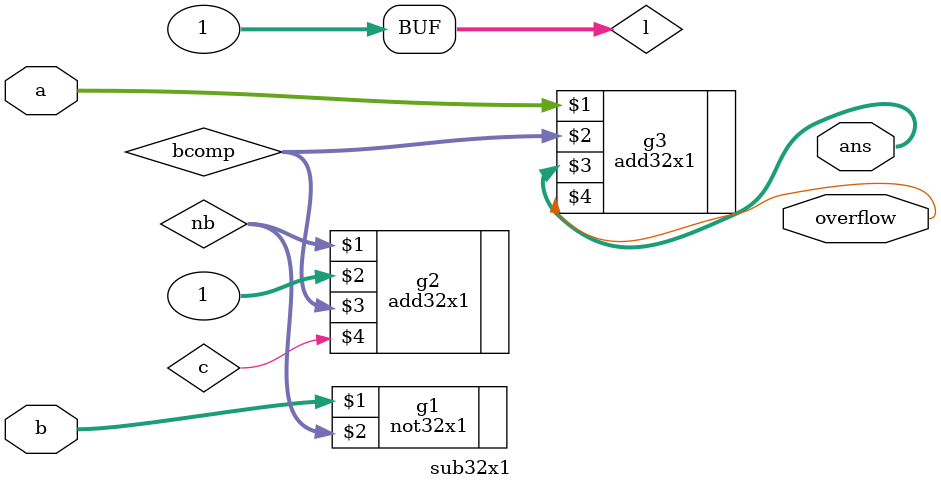
<source format=v>
`timescale 1ns / 1ps

module sub32x1(
  input signed [31:0]a,
  input signed [31:0]b,
  output signed [31:0]ans,
  output overflow);

  wire [31:0]nb;
  not32x1 g1(b,nb);

  wire [31:0]l;
  assign l=32'b1;

  wire [31:0]bcomp;
  add32x1 g2(nb,l,bcomp,c);

  add32x1 g3(a,bcomp,ans,overflow);

endmodule
</source>
